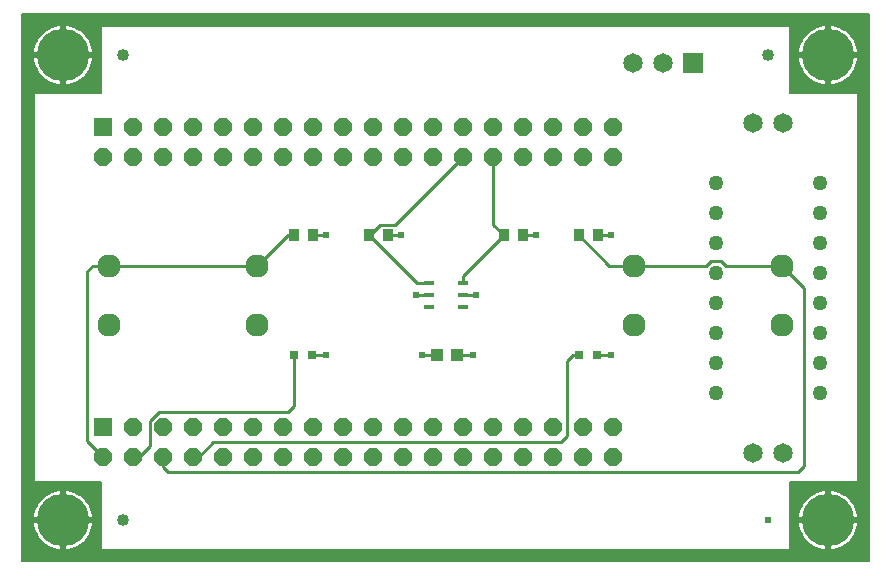
<source format=gbr>
G04 EAGLE Gerber RS-274X export*
G75*
%MOMM*%
%FSLAX34Y34*%
%LPD*%
%INTop Copper*%
%IPPOS*%
%AMOC8*
5,1,8,0,0,1.08239X$1,22.5*%
G01*
%ADD10R,1.651000X1.651000*%
%ADD11C,1.651000*%
%ADD12C,1.960000*%
%ADD13R,0.800000X0.800000*%
%ADD14R,0.949959X1.031241*%
%ADD15R,1.100000X1.000000*%
%ADD16C,4.445000*%
%ADD17C,1.016000*%
%ADD18R,1.524000X1.524000*%
%ADD19P,1.649562X8X22.500000*%
%ADD20C,1.260000*%
%ADD21R,0.850000X0.450000*%
%ADD22C,0.254000*%
%ADD23C,0.609600*%

G36*
X721344Y466208D02*
X721344Y466208D01*
X721337Y466327D01*
X721324Y466365D01*
X721319Y466406D01*
X721276Y466516D01*
X721239Y466629D01*
X721217Y466664D01*
X721202Y466701D01*
X721133Y466797D01*
X721069Y466898D01*
X721039Y466926D01*
X721016Y466959D01*
X720924Y467035D01*
X720837Y467116D01*
X720802Y467136D01*
X720771Y467161D01*
X720663Y467212D01*
X720559Y467270D01*
X720519Y467280D01*
X720483Y467297D01*
X720366Y467319D01*
X720251Y467349D01*
X720191Y467353D01*
X720171Y467357D01*
X720150Y467355D01*
X720090Y467359D01*
X3810Y467359D01*
X3692Y467344D01*
X3573Y467337D01*
X3535Y467324D01*
X3494Y467319D01*
X3384Y467276D01*
X3271Y467239D01*
X3236Y467217D01*
X3199Y467202D01*
X3103Y467133D01*
X3002Y467069D01*
X2974Y467039D01*
X2941Y467016D01*
X2865Y466924D01*
X2784Y466837D01*
X2764Y466802D01*
X2739Y466771D01*
X2688Y466663D01*
X2630Y466559D01*
X2620Y466519D01*
X2603Y466483D01*
X2581Y466366D01*
X2551Y466251D01*
X2547Y466191D01*
X2543Y466171D01*
X2545Y466150D01*
X2541Y466090D01*
X2541Y3810D01*
X2556Y3692D01*
X2563Y3573D01*
X2576Y3535D01*
X2581Y3494D01*
X2624Y3384D01*
X2661Y3271D01*
X2683Y3236D01*
X2698Y3199D01*
X2767Y3103D01*
X2831Y3002D01*
X2861Y2974D01*
X2884Y2941D01*
X2976Y2865D01*
X3063Y2784D01*
X3098Y2764D01*
X3129Y2739D01*
X3237Y2688D01*
X3341Y2630D01*
X3381Y2620D01*
X3417Y2603D01*
X3534Y2581D01*
X3649Y2551D01*
X3709Y2547D01*
X3729Y2543D01*
X3750Y2545D01*
X3810Y2541D01*
X720090Y2541D01*
X720208Y2556D01*
X720327Y2563D01*
X720365Y2576D01*
X720406Y2581D01*
X720516Y2624D01*
X720629Y2661D01*
X720664Y2683D01*
X720701Y2698D01*
X720797Y2767D01*
X720898Y2831D01*
X720926Y2861D01*
X720959Y2884D01*
X721035Y2976D01*
X721116Y3063D01*
X721136Y3098D01*
X721161Y3129D01*
X721212Y3237D01*
X721270Y3341D01*
X721280Y3381D01*
X721297Y3417D01*
X721319Y3534D01*
X721349Y3649D01*
X721353Y3709D01*
X721357Y3729D01*
X721355Y3750D01*
X721359Y3810D01*
X721359Y466090D01*
X721344Y466208D01*
G37*
%LPC*%
G36*
X69850Y398781D02*
X69850Y398781D01*
X69968Y398796D01*
X70087Y398803D01*
X70125Y398816D01*
X70166Y398821D01*
X70276Y398864D01*
X70389Y398901D01*
X70424Y398923D01*
X70461Y398938D01*
X70557Y399008D01*
X70658Y399071D01*
X70686Y399101D01*
X70719Y399124D01*
X70795Y399216D01*
X70876Y399303D01*
X70896Y399338D01*
X70921Y399369D01*
X70972Y399477D01*
X71030Y399581D01*
X71040Y399621D01*
X71057Y399657D01*
X71079Y399774D01*
X71109Y399889D01*
X71113Y399950D01*
X71117Y399970D01*
X71115Y399990D01*
X71119Y400050D01*
X71119Y455931D01*
X652781Y455931D01*
X652781Y400050D01*
X652796Y399932D01*
X652803Y399813D01*
X652816Y399775D01*
X652821Y399734D01*
X652864Y399624D01*
X652901Y399511D01*
X652923Y399476D01*
X652938Y399439D01*
X653008Y399343D01*
X653071Y399242D01*
X653101Y399214D01*
X653124Y399181D01*
X653216Y399106D01*
X653303Y399024D01*
X653338Y399004D01*
X653369Y398979D01*
X653477Y398928D01*
X653581Y398870D01*
X653621Y398860D01*
X653657Y398843D01*
X653774Y398821D01*
X653889Y398791D01*
X653950Y398787D01*
X653970Y398783D01*
X653990Y398785D01*
X654050Y398781D01*
X709931Y398781D01*
X709931Y71119D01*
X654050Y71119D01*
X653932Y71104D01*
X653813Y71097D01*
X653775Y71084D01*
X653734Y71079D01*
X653624Y71036D01*
X653511Y70999D01*
X653476Y70977D01*
X653439Y70962D01*
X653343Y70893D01*
X653242Y70829D01*
X653214Y70799D01*
X653181Y70776D01*
X653106Y70684D01*
X653024Y70597D01*
X653004Y70562D01*
X652979Y70531D01*
X652928Y70423D01*
X652870Y70319D01*
X652860Y70279D01*
X652843Y70243D01*
X652821Y70126D01*
X652791Y70011D01*
X652787Y69951D01*
X652783Y69931D01*
X652785Y69910D01*
X652783Y69892D01*
X652783Y69891D01*
X652781Y69850D01*
X652781Y13969D01*
X71119Y13969D01*
X71119Y69850D01*
X71104Y69968D01*
X71097Y70087D01*
X71084Y70125D01*
X71079Y70166D01*
X71036Y70276D01*
X70999Y70389D01*
X70977Y70424D01*
X70962Y70461D01*
X70893Y70557D01*
X70829Y70658D01*
X70799Y70686D01*
X70776Y70719D01*
X70684Y70795D01*
X70597Y70876D01*
X70562Y70896D01*
X70531Y70921D01*
X70423Y70972D01*
X70319Y71030D01*
X70279Y71040D01*
X70243Y71057D01*
X70126Y71079D01*
X70011Y71109D01*
X69951Y71113D01*
X69931Y71117D01*
X69910Y71115D01*
X69850Y71119D01*
X13969Y71119D01*
X13969Y398781D01*
X69850Y398781D01*
G37*
%LPD*%
%LPC*%
G36*
X688339Y434339D02*
X688339Y434339D01*
X688339Y456436D01*
X689955Y456254D01*
X692667Y455635D01*
X695292Y454717D01*
X697799Y453510D01*
X700154Y452030D01*
X702329Y450295D01*
X704295Y448329D01*
X706030Y446154D01*
X707510Y443799D01*
X708717Y441292D01*
X709635Y438667D01*
X710254Y435955D01*
X710436Y434339D01*
X688339Y434339D01*
G37*
%LPD*%
%LPC*%
G36*
X688339Y40639D02*
X688339Y40639D01*
X688339Y62736D01*
X689955Y62554D01*
X692667Y61935D01*
X695292Y61017D01*
X697799Y59810D01*
X700154Y58330D01*
X702329Y56595D01*
X704295Y54629D01*
X706030Y52454D01*
X707510Y50099D01*
X708717Y47592D01*
X709635Y44967D01*
X710254Y42255D01*
X710436Y40639D01*
X688339Y40639D01*
G37*
%LPD*%
%LPC*%
G36*
X40639Y40639D02*
X40639Y40639D01*
X40639Y62736D01*
X42255Y62554D01*
X44967Y61935D01*
X47592Y61017D01*
X50099Y59810D01*
X52454Y58330D01*
X54629Y56595D01*
X56595Y54629D01*
X58330Y52454D01*
X59810Y50099D01*
X61017Y47592D01*
X61935Y44967D01*
X62554Y42255D01*
X62736Y40639D01*
X40639Y40639D01*
G37*
%LPD*%
%LPC*%
G36*
X40639Y434339D02*
X40639Y434339D01*
X40639Y456436D01*
X42255Y456254D01*
X44967Y455635D01*
X47592Y454717D01*
X50099Y453510D01*
X52454Y452030D01*
X54629Y450295D01*
X56595Y448329D01*
X58330Y446154D01*
X59810Y443799D01*
X61017Y441292D01*
X61935Y438667D01*
X62554Y435955D01*
X62736Y434339D01*
X40639Y434339D01*
G37*
%LPD*%
%LPC*%
G36*
X40639Y429261D02*
X40639Y429261D01*
X62736Y429261D01*
X62554Y427645D01*
X61935Y424933D01*
X61017Y422308D01*
X59810Y419801D01*
X58330Y417446D01*
X56595Y415271D01*
X54629Y413305D01*
X52454Y411570D01*
X50099Y410090D01*
X47592Y408883D01*
X44967Y407965D01*
X42255Y407346D01*
X40639Y407164D01*
X40639Y429261D01*
G37*
%LPD*%
%LPC*%
G36*
X13464Y434339D02*
X13464Y434339D01*
X13646Y435955D01*
X14265Y438667D01*
X15183Y441292D01*
X16390Y443799D01*
X17870Y446154D01*
X19605Y448329D01*
X21571Y450295D01*
X23746Y452030D01*
X26101Y453510D01*
X28608Y454717D01*
X31233Y455635D01*
X33945Y456254D01*
X35561Y456436D01*
X35561Y434339D01*
X13464Y434339D01*
G37*
%LPD*%
%LPC*%
G36*
X40639Y35561D02*
X40639Y35561D01*
X62736Y35561D01*
X62554Y33945D01*
X61935Y31233D01*
X61017Y28608D01*
X59810Y26101D01*
X58330Y23746D01*
X56595Y21571D01*
X54629Y19605D01*
X52454Y17870D01*
X50099Y16390D01*
X47592Y15183D01*
X44967Y14265D01*
X42255Y13646D01*
X40639Y13464D01*
X40639Y35561D01*
G37*
%LPD*%
%LPC*%
G36*
X688339Y429261D02*
X688339Y429261D01*
X710436Y429261D01*
X710254Y427645D01*
X709635Y424933D01*
X708717Y422308D01*
X707510Y419801D01*
X706030Y417446D01*
X704295Y415271D01*
X702329Y413305D01*
X700154Y411570D01*
X697799Y410090D01*
X695292Y408883D01*
X692667Y407965D01*
X689955Y407346D01*
X688339Y407164D01*
X688339Y429261D01*
G37*
%LPD*%
%LPC*%
G36*
X688339Y35561D02*
X688339Y35561D01*
X710436Y35561D01*
X710254Y33945D01*
X709635Y31233D01*
X708717Y28608D01*
X707510Y26101D01*
X706030Y23746D01*
X704295Y21571D01*
X702329Y19605D01*
X700154Y17870D01*
X697799Y16390D01*
X695292Y15183D01*
X692667Y14265D01*
X689955Y13646D01*
X688339Y13464D01*
X688339Y35561D01*
G37*
%LPD*%
%LPC*%
G36*
X661164Y434339D02*
X661164Y434339D01*
X661346Y435955D01*
X661965Y438667D01*
X662883Y441292D01*
X664090Y443799D01*
X665570Y446154D01*
X667305Y448329D01*
X669271Y450295D01*
X671446Y452030D01*
X673801Y453510D01*
X676308Y454717D01*
X678933Y455635D01*
X681645Y456254D01*
X683261Y456436D01*
X683261Y434339D01*
X661164Y434339D01*
G37*
%LPD*%
%LPC*%
G36*
X661164Y40639D02*
X661164Y40639D01*
X661346Y42255D01*
X661965Y44967D01*
X662883Y47592D01*
X664090Y50099D01*
X665570Y52454D01*
X667305Y54629D01*
X669271Y56595D01*
X671446Y58330D01*
X673801Y59810D01*
X676308Y61017D01*
X678933Y61935D01*
X681645Y62554D01*
X683261Y62736D01*
X683261Y40639D01*
X661164Y40639D01*
G37*
%LPD*%
%LPC*%
G36*
X13464Y40639D02*
X13464Y40639D01*
X13646Y42255D01*
X14265Y44967D01*
X15183Y47592D01*
X16390Y50099D01*
X17870Y52454D01*
X19605Y54629D01*
X21571Y56595D01*
X23746Y58330D01*
X26101Y59810D01*
X28608Y61017D01*
X31233Y61935D01*
X33945Y62554D01*
X35561Y62736D01*
X35561Y40639D01*
X13464Y40639D01*
G37*
%LPD*%
%LPC*%
G36*
X33945Y13646D02*
X33945Y13646D01*
X31233Y14265D01*
X28608Y15183D01*
X26101Y16390D01*
X23746Y17870D01*
X21571Y19605D01*
X19605Y21571D01*
X17870Y23746D01*
X16390Y26101D01*
X15183Y28608D01*
X14265Y31233D01*
X13646Y33945D01*
X13464Y35561D01*
X35561Y35561D01*
X35561Y13464D01*
X33945Y13646D01*
G37*
%LPD*%
%LPC*%
G36*
X681645Y407346D02*
X681645Y407346D01*
X678933Y407965D01*
X676308Y408883D01*
X673801Y410090D01*
X671446Y411570D01*
X669271Y413305D01*
X667305Y415271D01*
X665570Y417446D01*
X664090Y419801D01*
X662883Y422308D01*
X661965Y424933D01*
X661346Y427645D01*
X661164Y429261D01*
X683261Y429261D01*
X683261Y407164D01*
X681645Y407346D01*
G37*
%LPD*%
%LPC*%
G36*
X33945Y407346D02*
X33945Y407346D01*
X31233Y407965D01*
X28608Y408883D01*
X26101Y410090D01*
X23746Y411570D01*
X21571Y413305D01*
X19605Y415271D01*
X17870Y417446D01*
X16390Y419801D01*
X15183Y422308D01*
X14265Y424933D01*
X13646Y427645D01*
X13464Y429261D01*
X35561Y429261D01*
X35561Y407164D01*
X33945Y407346D01*
G37*
%LPD*%
%LPC*%
G36*
X681645Y13646D02*
X681645Y13646D01*
X678933Y14265D01*
X676308Y15183D01*
X673801Y16390D01*
X671446Y17870D01*
X669271Y19605D01*
X667305Y21571D01*
X665570Y23746D01*
X664090Y26101D01*
X662883Y28608D01*
X661965Y31233D01*
X661346Y33945D01*
X661164Y35561D01*
X683261Y35561D01*
X683261Y13464D01*
X681645Y13646D01*
G37*
%LPD*%
%LPC*%
G36*
X38099Y431799D02*
X38099Y431799D01*
X38099Y431801D01*
X38101Y431801D01*
X38101Y431799D01*
X38099Y431799D01*
G37*
%LPD*%
%LPC*%
G36*
X38099Y38099D02*
X38099Y38099D01*
X38099Y38101D01*
X38101Y38101D01*
X38101Y38099D01*
X38099Y38099D01*
G37*
%LPD*%
%LPC*%
G36*
X685799Y38099D02*
X685799Y38099D01*
X685799Y38101D01*
X685801Y38101D01*
X685801Y38099D01*
X685799Y38099D01*
G37*
%LPD*%
%LPC*%
G36*
X685799Y431799D02*
X685799Y431799D01*
X685799Y431801D01*
X685801Y431801D01*
X685801Y431799D01*
X685799Y431799D01*
G37*
%LPD*%
D10*
X571500Y425450D03*
D11*
X546100Y425450D03*
X520700Y425450D03*
X622300Y95250D03*
X647700Y95250D03*
X622300Y374650D03*
X647700Y374650D03*
D12*
X202200Y253600D03*
X202200Y203600D03*
X77200Y203600D03*
X77200Y253600D03*
X646700Y253600D03*
X646700Y203600D03*
X521700Y203600D03*
X521700Y253600D03*
D13*
X233800Y177800D03*
X248800Y177800D03*
X475100Y177800D03*
X490100Y177800D03*
D14*
X411099Y279400D03*
X427101Y279400D03*
X296799Y279400D03*
X312801Y279400D03*
D15*
X354720Y177800D03*
X371720Y177800D03*
D14*
X474599Y279400D03*
X490601Y279400D03*
X233299Y279400D03*
X249301Y279400D03*
D16*
X685800Y431800D03*
X38100Y431800D03*
X38100Y38100D03*
X685800Y38100D03*
D17*
X88900Y431800D03*
X88900Y38100D03*
X635000Y431800D03*
D18*
X71800Y371100D03*
D19*
X71800Y345700D03*
X97200Y371100D03*
X97200Y345700D03*
X122600Y371100D03*
X122600Y345700D03*
X148000Y371100D03*
X148000Y345700D03*
X173400Y371100D03*
X173400Y345700D03*
X198800Y371100D03*
X198800Y345700D03*
X224200Y371100D03*
X224200Y345700D03*
X249600Y371100D03*
X249600Y345700D03*
X275000Y371100D03*
X275000Y345700D03*
X300400Y371100D03*
X300400Y345700D03*
X325800Y371100D03*
X325800Y345700D03*
X351200Y371100D03*
X351200Y345700D03*
X376600Y371100D03*
X376600Y345700D03*
X402000Y371100D03*
X402000Y345700D03*
X427400Y371100D03*
X427400Y345700D03*
X452800Y371100D03*
X452800Y345700D03*
X478200Y371100D03*
X478200Y345700D03*
X503600Y371100D03*
X503600Y345700D03*
D18*
X71800Y117100D03*
D19*
X71800Y91700D03*
X97200Y117100D03*
X97200Y91700D03*
X122600Y117100D03*
X122600Y91700D03*
X148000Y117100D03*
X148000Y91700D03*
X173400Y117100D03*
X173400Y91700D03*
X198800Y117100D03*
X198800Y91700D03*
X224200Y117100D03*
X224200Y91700D03*
X249600Y117100D03*
X249600Y91700D03*
X275000Y117100D03*
X275000Y91700D03*
X300400Y117100D03*
X300400Y91700D03*
X325800Y117100D03*
X325800Y91700D03*
X351200Y117100D03*
X351200Y91700D03*
X376600Y117100D03*
X376600Y91700D03*
X402000Y117100D03*
X402000Y91700D03*
X427400Y117100D03*
X427400Y91700D03*
X452800Y117100D03*
X452800Y91700D03*
X478200Y117100D03*
X478200Y91700D03*
X503600Y117100D03*
X503600Y91700D03*
D20*
X591000Y323850D03*
X591000Y298450D03*
X591000Y273050D03*
X591000Y247650D03*
X591000Y222250D03*
X591000Y196850D03*
X591000Y171450D03*
X591000Y146050D03*
X679000Y146050D03*
X679000Y171450D03*
X679000Y196850D03*
X679000Y222250D03*
X679000Y247650D03*
X679000Y273050D03*
X679000Y298450D03*
X679000Y323850D03*
D21*
X347450Y238600D03*
X347450Y228600D03*
X347450Y218600D03*
X376450Y238600D03*
X376450Y228600D03*
X376450Y218600D03*
D22*
X152660Y91700D02*
X148000Y91700D01*
X165100Y104140D02*
X459740Y104140D01*
X464820Y109220D01*
X464820Y172720D01*
X469900Y177800D01*
X475100Y177800D01*
X165100Y104140D02*
X152660Y91700D01*
X474599Y279400D02*
X500399Y253600D01*
X521700Y253600D01*
X122600Y91700D02*
X122600Y83140D01*
X646700Y253600D02*
X665480Y234820D01*
X127000Y78740D02*
X122600Y83140D01*
X660400Y78740D02*
X665480Y83820D01*
X665480Y234820D01*
X660400Y78740D02*
X127000Y78740D01*
X582652Y253600D02*
X586812Y257760D01*
X595188Y257760D01*
X599348Y253600D01*
X582652Y253600D02*
X521700Y253600D01*
X599348Y253600D02*
X646700Y253600D01*
X101860Y91700D02*
X97200Y91700D01*
X111170Y101010D02*
X111170Y121835D01*
X118876Y129540D02*
X228600Y129540D01*
X233800Y134740D01*
X233800Y177800D01*
X111170Y101010D02*
X101860Y91700D01*
X111170Y121835D02*
X118876Y129540D01*
X228000Y279400D02*
X233299Y279400D01*
X228000Y279400D02*
X202200Y253600D01*
X77200Y253600D01*
X63100Y253600D01*
X58420Y248920D01*
X58420Y105080D01*
X71800Y91700D01*
X337599Y238600D02*
X347450Y238600D01*
X337599Y238600D02*
X296799Y279400D01*
X319266Y288366D02*
X376600Y345700D01*
X297507Y279400D02*
X296799Y279400D01*
X306473Y288366D02*
X319266Y288366D01*
X306473Y288366D02*
X297507Y279400D01*
X376450Y244751D02*
X376450Y238600D01*
X376450Y244751D02*
X411099Y279400D01*
X402000Y288499D02*
X402000Y345700D01*
X402000Y288499D02*
X411099Y279400D01*
X260350Y279400D02*
X249301Y279400D01*
D23*
X260350Y279400D03*
D22*
X371720Y177800D02*
X384810Y177800D01*
D23*
X384810Y177800D03*
D22*
X427101Y279400D02*
X438150Y279400D01*
D23*
X438150Y279400D03*
D22*
X490601Y279400D02*
X501650Y279400D01*
D23*
X501650Y279400D03*
D22*
X323850Y279400D02*
X312801Y279400D01*
D23*
X323850Y279400D03*
D22*
X376450Y228600D02*
X387350Y228600D01*
D23*
X387350Y228600D03*
X635000Y38100D03*
D22*
X260350Y177800D02*
X248800Y177800D01*
D23*
X260350Y177800D03*
D22*
X341630Y177800D02*
X354720Y177800D01*
D23*
X341630Y177800D03*
D22*
X336550Y228600D02*
X347450Y228600D01*
D23*
X336550Y228600D03*
D22*
X490100Y177800D02*
X501650Y177800D01*
D23*
X501650Y177800D03*
M02*

</source>
